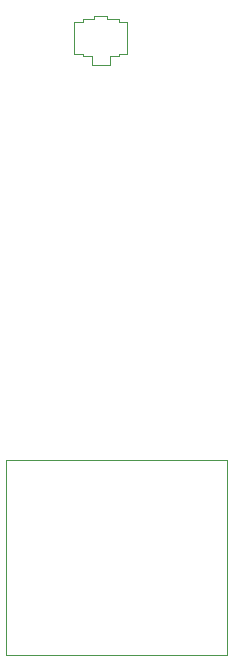
<source format=gbr>
G04 #@! TF.GenerationSoftware,KiCad,Pcbnew,8.0.4*
G04 #@! TF.CreationDate,2025-01-30T11:26:39-05:00*
G04 #@! TF.ProjectId,Cubesat_pcb,43756265-7361-4745-9f70-63622e6b6963,rev?*
G04 #@! TF.SameCoordinates,Original*
G04 #@! TF.FileFunction,Other,User*
%FSLAX46Y46*%
G04 Gerber Fmt 4.6, Leading zero omitted, Abs format (unit mm)*
G04 Created by KiCad (PCBNEW 8.0.4) date 2025-01-30 11:26:39*
%MOMM*%
%LPD*%
G01*
G04 APERTURE LIST*
%ADD10C,0.050000*%
G04 APERTURE END LIST*
D10*
G04 #@! TO.C,U1*
X6149132Y39861654D02*
X24849132Y39861654D01*
X6149132Y23361654D02*
X6149132Y39861654D01*
X24849132Y39861654D02*
X24849132Y23361654D01*
X24849132Y23361654D02*
X6149132Y23361654D01*
G04 #@! TO.C,J2*
X11949132Y76961654D02*
X11949132Y74261654D01*
X11949132Y76961654D02*
X12649132Y76961654D01*
X12649132Y77161654D02*
X12649132Y76961654D01*
X12649132Y74261654D02*
X11949132Y74261654D01*
X12649132Y74061654D02*
X12649132Y74261654D01*
X13449132Y74061654D02*
X12649132Y74061654D01*
X13449132Y74061654D02*
X13449132Y73311654D01*
X13449132Y73311654D02*
X14949132Y73311654D01*
X13649132Y77411654D02*
X13649132Y77161654D01*
X13649132Y77161654D02*
X12649132Y77161654D01*
X14749132Y77411654D02*
X13649132Y77411654D01*
X14749132Y77161654D02*
X14749132Y77411654D01*
X14749132Y77161654D02*
X15749132Y77161654D01*
X14949132Y74061654D02*
X15749132Y74061654D01*
X14949132Y73311654D02*
X14949132Y74061654D01*
X15749132Y77161654D02*
X15749132Y76961654D01*
X15749132Y76961654D02*
X16449132Y76961654D01*
X15749132Y74061654D02*
X15749132Y74261654D01*
X16449132Y76961654D02*
X16449132Y74261654D01*
X16449132Y74261654D02*
X15749132Y74261654D01*
G04 #@! TD*
M02*

</source>
